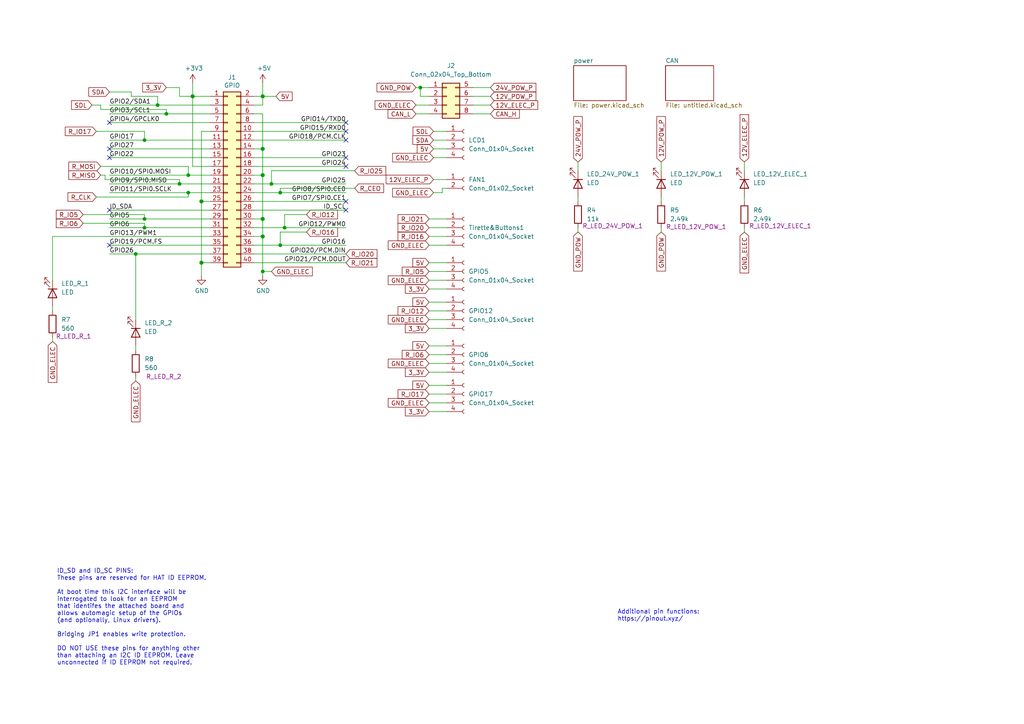
<source format=kicad_sch>
(kicad_sch (version 20231120) (generator "eeschema") (generator_version "8.0")
  (paper "A4")
  (title_block (date "15 nov 2012"))
  (lib_symbols
    (symbol "Connector:Conn_01x02_Socket" (pin_names (offset 1.016) hide)
      (property "Reference" "J" (at 0 2.54 0))
      (property "Value" "Conn_01x02_Socket" (at 0 -5.08 0))
      (symbol "Conn_01x02_Socket_1_1"
        (arc (start 0 -2.032) (mid -0.5058 -2.54) (end 0 -3.048) (stroke (width 0.1524)))
        (polyline (pts (xy -1.27 -2.54) (xy -0.508 -2.54)) (stroke (width 0.1524)))
        (polyline (pts (xy -1.27 0) (xy -0.508 0)) (stroke (width 0.1524)))
        (arc (start 0 0.508) (mid -0.5058 0) (end 0 -0.508) (stroke (width 0.1524)))
        (pin passive line (at -5.08 0 0) (length 3.81) (name "Pin_1") (number "1"))
        (pin passive line (at -5.08 -2.54 0) (length 3.81) (name "Pin_2") (number "2"))
      )
    )
    (symbol "Connector:Conn_01x04_Socket" (pin_names (offset 1.016) hide)
      (property "Reference" "J" (at 0 5.08 0))
      (property "Value" "Conn_01x04_Socket" (at 0 -7.62 0))
      (symbol "Conn_01x04_Socket_1_1"
        (arc (start 0 -4.572) (mid -0.5058 -5.08) (end 0 -5.588) (stroke (width 0.1524)))
        (arc (start 0 -2.032) (mid -0.5058 -2.54) (end 0 -3.048) (stroke (width 0.1524)))
        (polyline (pts (xy -1.27 -5.08) (xy -0.508 -5.08)) (stroke (width 0.1524)))
        (polyline (pts (xy -1.27 -2.54) (xy -0.508 -2.54)) (stroke (width 0.1524)))
        (polyline (pts (xy -1.27 0) (xy -0.508 0)) (stroke (width 0.1524)))
        (polyline (pts (xy -1.27 2.54) (xy -0.508 2.54)) (stroke (width 0.1524)))
        (arc (start 0 0.508) (mid -0.5058 0) (end 0 -0.508) (stroke (width 0.1524)))
        (arc (start 0 3.048) (mid -0.5058 2.54) (end 0 2.032) (stroke (width 0.1524)))
        (pin passive line (at -5.08 2.54 0) (length 3.81) (name "Pin_1") (number "1"))
        (pin passive line (at -5.08 0 0) (length 3.81) (name "Pin_2") (number "2"))
        (pin passive line (at -5.08 -2.54 0) (length 3.81) (name "Pin_3") (number "3"))
        (pin passive line (at -5.08 -5.08 0) (length 3.81) (name "Pin_4") (number "4"))
      )
    )
    (symbol "Connector_Generic:Conn_02x04_Top_Bottom" (pin_names (offset 1.016) hide)
      (property "Reference" "J" (at 1.27 5.08 0))
      (property "Value" "Conn_02x04_Top_Bottom" (at 1.27 -7.62 0))
      (symbol "Conn_02x04_Top_Bottom_1_1"
        (rectangle (start -1.27 -4.953) (end 0 -5.207) (stroke (width 0.1524)))
        (rectangle (start -1.27 -2.413) (end 0 -2.667) (stroke (width 0.1524)))
        (rectangle (start -1.27 0.127) (end 0 -0.127) (stroke (width 0.1524)))
        (rectangle (start -1.27 2.667) (end 0 2.413) (stroke (width 0.1524)))
        (rectangle (start -1.27 3.81) (end 3.81 -6.35) (stroke (width 0.254)) (fill (type background)))
        (rectangle (start 3.81 -4.953) (end 2.54 -5.207) (stroke (width 0.1524)))
        (rectangle (start 3.81 -2.413) (end 2.54 -2.667) (stroke (width 0.1524)))
        (rectangle (start 3.81 0.127) (end 2.54 -0.127) (stroke (width 0.1524)))
        (rectangle (start 3.81 2.667) (end 2.54 2.413) (stroke (width 0.1524)))
        (pin passive line (at -5.08 2.54 0) (length 3.81) (name "Pin_1") (number "1"))
        (pin passive line (at -5.08 0 0) (length 3.81) (name "Pin_2") (number "2"))
        (pin passive line (at -5.08 -2.54 0) (length 3.81) (name "Pin_3") (number "3"))
        (pin passive line (at -5.08 -5.08 0) (length 3.81) (name "Pin_4") (number "4"))
        (pin passive line (at 7.62 2.54 180) (length 3.81) (name "Pin_5") (number "5"))
        (pin passive line (at 7.62 0 180) (length 3.81) (name "Pin_6") (number "6"))
        (pin passive line (at 7.62 -2.54 180) (length 3.81) (name "Pin_7") (number "7"))
        (pin passive line (at 7.62 -5.08 180) (length 3.81) (name "Pin_8") (number "8"))
      )
    )
    (symbol "Connector_Generic:Conn_02x20_Odd_Even" (pin_names (offset 1.016) hide)
      (property "Reference" "J" (at 1.27 25.4 0))
      (property "Value" "Conn_02x20_Odd_Even" (at 1.27 -27.94 0))
      (symbol "Conn_02x20_Odd_Even_1_1"
        (rectangle (start -1.27 -25.273) (end 0 -25.527) (stroke (width 0.1524)))
        (rectangle (start -1.27 -22.733) (end 0 -22.987) (stroke (width 0.1524)))
        (rectangle (start -1.27 -20.193) (end 0 -20.447) (stroke (width 0.1524)))
        (rectangle (start -1.27 -17.653) (end 0 -17.907) (stroke (width 0.1524)))
        (rectangle (start -1.27 -15.113) (end 0 -15.367) (stroke (width 0.1524)))
        (rectangle (start -1.27 -12.573) (end 0 -12.827) (stroke (width 0.1524)))
        (rectangle (start -1.27 -10.033) (end 0 -10.287) (stroke (width 0.1524)))
        (rectangle (start -1.27 -7.493) (end 0 -7.747) (stroke (width 0.1524)))
        (rectangle (start -1.27 -4.953) (end 0 -5.207) (stroke (width 0.1524)))
        (rectangle (start -1.27 -2.413) (end 0 -2.667) (stroke (width 0.1524)))
        (rectangle (start -1.27 0.127) (end 0 -0.127) (stroke (width 0.1524)))
        (rectangle (start -1.27 2.667) (end 0 2.413) (stroke (width 0.1524)))
        (rectangle (start -1.27 5.207) (end 0 4.953) (stroke (width 0.1524)))
        (rectangle (start -1.27 7.747) (end 0 7.493) (stroke (width 0.1524)))
        (rectangle (start -1.27 10.287) (end 0 10.033) (stroke (width 0.1524)))
        (rectangle (start -1.27 12.827) (end 0 12.573) (stroke (width 0.1524)))
        (rectangle (start -1.27 15.367) (end 0 15.113) (stroke (width 0.1524)))
        (rectangle (start -1.27 17.907) (end 0 17.653) (stroke (width 0.1524)))
        (rectangle (start -1.27 20.447) (end 0 20.193) (stroke (width 0.1524)))
        (rectangle (start -1.27 22.987) (end 0 22.733) (stroke (width 0.1524)))
        (rectangle (start -1.27 24.13) (end 3.81 -26.67) (stroke (width 0.254)) (fill (type background)))
        (rectangle (start 3.81 -25.273) (end 2.54 -25.527) (stroke (width 0.1524)))
        (rectangle (start 3.81 -22.733) (end 2.54 -22.987) (stroke (width 0.1524)))
        (rectangle (start 3.81 -20.193) (end 2.54 -20.447) (stroke (width 0.1524)))
        (rectangle (start 3.81 -17.653) (end 2.54 -17.907) (stroke (width 0.1524)))
        (rectangle (start 3.81 -15.113) (end 2.54 -15.367) (stroke (width 0.1524)))
        (rectangle (start 3.81 -12.573) (end 2.54 -12.827) (stroke (width 0.1524)))
        (rectangle (start 3.81 -10.033) (end 2.54 -10.287) (stroke (width 0.1524)))
        (rectangle (start 3.81 -7.493) (end 2.54 -7.747) (stroke (width 0.1524)))
        (rectangle (start 3.81 -4.953) (end 2.54 -5.207) (stroke (width 0.1524)))
        (rectangle (start 3.81 -2.413) (end 2.54 -2.667) (stroke (width 0.1524)))
        (rectangle (start 3.81 0.127) (end 2.54 -0.127) (stroke (width 0.1524)))
        (rectangle (start 3.81 2.667) (end 2.54 2.413) (stroke (width 0.1524)))
        (rectangle (start 3.81 5.207) (end 2.54 4.953) (stroke (width 0.1524)))
        (rectangle (start 3.81 7.747) (end 2.54 7.493) (stroke (width 0.1524)))
        (rectangle (start 3.81 10.287) (end 2.54 10.033) (stroke (width 0.1524)))
        (rectangle (start 3.81 12.827) (end 2.54 12.573) (stroke (width 0.1524)))
        (rectangle (start 3.81 15.367) (end 2.54 15.113) (stroke (width 0.1524)))
        (rectangle (start 3.81 17.907) (end 2.54 17.653) (stroke (width 0.1524)))
        (rectangle (start 3.81 20.447) (end 2.54 20.193) (stroke (width 0.1524)))
        (rectangle (start 3.81 22.987) (end 2.54 22.733) (stroke (width 0.1524)))
        (pin passive line (at -5.08 22.86 0) (length 3.81) (name "Pin_1") (number "1"))
        (pin passive line (at 7.62 12.7 180) (length 3.81) (name "Pin_10") (number "10"))
        (pin passive line (at -5.08 10.16 0) (length 3.81) (name "Pin_11") (number "11"))
        (pin passive line (at 7.62 10.16 180) (length 3.81) (name "Pin_12") (number "12"))
        (pin passive line (at -5.08 7.62 0) (length 3.81) (name "Pin_13") (number "13"))
        (pin passive line (at 7.62 7.62 180) (length 3.81) (name "Pin_14") (number "14"))
        (pin passive line (at -5.08 5.08 0) (length 3.81) (name "Pin_15") (number "15"))
        (pin passive line (at 7.62 5.08 180) (length 3.81) (name "Pin_16") (number "16"))
        (pin passive line (at -5.08 2.54 0) (length 3.81) (name "Pin_17") (number "17"))
        (pin passive line (at 7.62 2.54 180) (length 3.81) (name "Pin_18") (number "18"))
        (pin passive line (at -5.08 0 0) (length 3.81) (name "Pin_19") (number "19"))
        (pin passive line (at 7.62 22.86 180) (length 3.81) (name "Pin_2") (number "2"))
        (pin passive line (at 7.62 0 180) (length 3.81) (name "Pin_20") (number "20"))
        (pin passive line (at -5.08 -2.54 0) (length 3.81) (name "Pin_21") (number "21"))
        (pin passive line (at 7.62 -2.54 180) (length 3.81) (name "Pin_22") (number "22"))
        (pin passive line (at -5.08 -5.08 0) (length 3.81) (name "Pin_23") (number "23"))
        (pin passive line (at 7.62 -5.08 180) (length 3.81) (name "Pin_24") (number "24"))
        (pin passive line (at -5.08 -7.62 0) (length 3.81) (name "Pin_25") (number "25"))
        (pin passive line (at 7.62 -7.62 180) (length 3.81) (name "Pin_26") (number "26"))
        (pin passive line (at -5.08 -10.16 0) (length 3.81) (name "Pin_27") (number "27"))
        (pin passive line (at 7.62 -10.16 180) (length 3.81) (name "Pin_28") (number "28"))
        (pin passive line (at -5.08 -12.7 0) (length 3.81) (name "Pin_29") (number "29"))
        (pin passive line (at -5.08 20.32 0) (length 3.81) (name "Pin_3") (number "3"))
        (pin passive line (at 7.62 -12.7 180) (length 3.81) (name "Pin_30") (number "30"))
        (pin passive line (at -5.08 -15.24 0) (length 3.81) (name "Pin_31") (number "31"))
        (pin passive line (at 7.62 -15.24 180) (length 3.81) (name "Pin_32") (number "32"))
        (pin passive line (at -5.08 -17.78 0) (length 3.81) (name "Pin_33") (number "33"))
        (pin passive line (at 7.62 -17.78 180) (length 3.81) (name "Pin_34") (number "34"))
        (pin passive line (at -5.08 -20.32 0) (length 3.81) (name "Pin_35") (number "35"))
        (pin passive line (at 7.62 -20.32 180) (length 3.81) (name "Pin_36") (number "36"))
        (pin passive line (at -5.08 -22.86 0) (length 3.81) (name "Pin_37") (number "37"))
        (pin passive line (at 7.62 -22.86 180) (length 3.81) (name "Pin_38") (number "38"))
        (pin passive line (at -5.08 -25.4 0) (length 3.81) (name "Pin_39") (number "39"))
        (pin passive line (at 7.62 20.32 180) (length 3.81) (name "Pin_4") (number "4"))
        (pin passive line (at 7.62 -25.4 180) (length 3.81) (name "Pin_40") (number "40"))
        (pin passive line (at -5.08 17.78 0) (length 3.81) (name "Pin_5") (number "5"))
        (pin passive line (at 7.62 17.78 180) (length 3.81) (name "Pin_6") (number "6"))
        (pin passive line (at -5.08 15.24 0) (length 3.81) (name "Pin_7") (number "7"))
        (pin passive line (at 7.62 15.24 180) (length 3.81) (name "Pin_8") (number "8"))
        (pin passive line (at -5.08 12.7 0) (length 3.81) (name "Pin_9") (number "9"))
      )
    )
    (symbol "Device:LED" (pin_numbers hide) (pin_names (offset 1.016) hide)
      (property "Reference" "D" (at 0 2.54 0))
      (property "Value" "LED" (at 0 -2.54 0))
      (symbol "LED_0_1"
        (polyline (pts (xy -1.27 -1.27) (xy -1.27 1.27)) (stroke (width 0.254)))
        (polyline (pts (xy -1.27 0) (xy 1.27 0)))
        (polyline (pts (xy 1.27 -1.27) (xy 1.27 1.27) (xy -1.27 0) (xy 1.27 -1.27)) (stroke (width 0.254)))
        (polyline (pts (xy -3.048 -0.762) (xy -4.572 -2.286) (xy -3.81 -2.286) (xy -4.572 -2.286) (xy -4.572 -1.524)))
        (polyline (pts (xy -1.778 -0.762) (xy -3.302 -2.286) (xy -2.54 -2.286) (xy -3.302 -2.286) (xy -3.302 -1.524)))
      )
      (symbol "LED_1_1"
        (pin passive line (at -3.81 0 0) (length 2.54) (name "K") (number "1"))
        (pin passive line (at 3.81 0 180) (length 2.54) (name "A") (number "2"))
      )
    )
    (symbol "Device:R" (pin_numbers hide) (pin_names (offset 0))
      (property "Reference" "R" (at 2.032 0 90))
      (property "Value" "R" (at 0 0 90))
      (symbol "R_0_1"
        (rectangle (start -1.016 -2.54) (end 1.016 2.54) (stroke (width 0.254)))
      )
      (symbol "R_1_1"
        (pin passive line (at 0 3.81 270) (length 1.27) (name "~") (number "1"))
        (pin passive line (at 0 -3.81 90) (length 1.27) (name "~") (number "2"))
      )
    )
    (symbol "power:+3.3V" (power) (pin_names (offset 0))
      (property "Value" "+3.3V" (at 0 3.556 0))
      (symbol "+3.3V_0_1"
        (polyline (pts (xy -0.762 1.27) (xy 0 2.54)))
        (polyline (pts (xy 0 0) (xy 0 2.54)))
        (polyline (pts (xy 0 2.54) (xy 0.762 1.27)))
      )
      (symbol "+3.3V_1_1"
        (pin power_in line (at 0 0 90) (length 0) hide (name "+3V3") (number "1"))
      )
    )
    (symbol "power:+5V" (power) (pin_names (offset 0))
      (property "Value" "+5V" (at 0 3.556 0))
      (symbol "+5V_0_1"
        (polyline (pts (xy -0.762 1.27) (xy 0 2.54)))
        (polyline (pts (xy 0 0) (xy 0 2.54)))
        (polyline (pts (xy 0 2.54) (xy 0.762 1.27)))
      )
      (symbol "+5V_1_1"
        (pin power_in line (at 0 0 90) (length 0) hide (name "+5V") (number "1"))
      )
    )
    (symbol "power:GND" (power) (pin_names (offset 0))
      (property "Value" "GND" (at 0 -3.81 0))
      (symbol "GND_0_1"
        (polyline (pts (xy 0 0) (xy 0 -1.27) (xy 1.27 -1.27) (xy 0 -2.54) (xy -1.27 -1.27) (xy 0 -1.27)))
      )
      (symbol "GND_1_1"
        (pin power_in line (at 0 0 270) (length 0) hide (name "GND") (number "1"))
      )
    )
  )
  (junction (at 76.2 27.94) (diameter 1.016))
  (junction (at 76.2 43.18) (diameter 1.016))
  (junction (at 52.07 53.34))
  (junction (at 45.72 30.48))
  (junction (at 81.28 55.88))
  (junction (at 78.74 53.34))
  (junction (at 41.91 40.64))
  (junction (at 121.92 25.4))
  (junction (at 48.26 33.02))
  (junction (at 54.61 55.88))
  (junction (at 76.2 78.74))
  (junction (at 58.42 76.2) (diameter 1.016))
  (junction (at 82.55 66.04))
  (junction (at 58.42 58.42) (diameter 1.016))
  (junction (at 39.37 73.66))
  (junction (at 76.2 68.58) (diameter 1.016))
  (junction (at 76.2 63.5) (diameter 1.016))
  (junction (at 41.91 66.04))
  (junction (at 81.28 71.12))
  (junction (at 76.2 50.8) (diameter 1.016))
  (junction (at 54.61 50.8))
  (junction (at 41.91 63.5))
  (junction (at 55.88 27.94) (diameter 1.016))
  (no_connect (at 100.33 45.72))
  (no_connect (at 100.33 35.56))
  (no_connect (at 100.33 58.42))
  (no_connect (at 31.75 35.56))
  (no_connect (at 31.75 45.72))
  (no_connect (at 100.33 48.26))
  (no_connect (at 31.75 43.18))
  (no_connect (at 31.75 71.12))
  (no_connect (at 100.33 38.1))
  (no_connect (at 100.33 60.96))
  (no_connect (at 100.33 40.64))
  (no_connect (at 31.75 60.96))
  (wire (pts (xy 58.42 58.42) (xy 58.42 76.2)))
  (wire (pts (xy 73.66 58.42) (xy 100.33 58.42)))
  (wire (pts (xy 29.21 48.26) (xy 54.61 48.26)))
  (wire (pts (xy 60.96 40.64) (xy 41.91 40.64)))
  (wire (pts (xy 54.61 48.26) (xy 54.61 50.8)))
  (wire (pts (xy 76.2 33.02) (xy 76.2 43.18)))
  (wire (pts (xy 76.2 50.8) (xy 73.66 50.8)))
  (wire (pts (xy 52.07 53.34) (xy 60.96 53.34)))
  (wire (pts (xy 124.46 87.63) (xy 129.54 87.63)))
  (wire (pts (xy 76.2 63.5) (xy 76.2 68.58)))
  (wire (pts (xy 27.94 57.15) (xy 54.61 57.15)))
  (wire (pts (xy 124.46 107.95) (xy 129.54 107.95)))
  (wire (pts (xy 76.2 78.74) (xy 78.74 78.74)))
  (wire (pts (xy 81.28 55.88) (xy 81.28 54.61)))
  (wire (pts (xy 41.91 62.23) (xy 41.91 63.5)))
  (wire (pts (xy 137.16 25.4) (xy 142.24 25.4)))
  (wire (pts (xy 24.13 64.77) (xy 41.91 64.77)))
  (wire (pts (xy 76.2 50.8) (xy 76.2 63.5)))
  (wire (pts (xy 124.46 63.5) (xy 129.54 63.5)))
  (wire (pts (xy 73.66 35.56) (xy 100.33 35.56)))
  (wire (pts (xy 58.42 38.1) (xy 58.42 58.42)))
  (wire (pts (xy 215.9 57.15) (xy 215.9 58.42)))
  (wire (pts (xy 124.46 119.38) (xy 129.54 119.38)))
  (wire (pts (xy 125.73 40.64) (xy 129.54 40.64)))
  (wire (pts (xy 58.42 38.1) (xy 60.96 38.1)))
  (wire (pts (xy 52.07 52.07) (xy 30.48 52.07)))
  (wire (pts (xy 73.66 55.88) (xy 81.28 55.88)))
  (wire (pts (xy 124.46 78.74) (xy 129.54 78.74)))
  (wire (pts (xy 60.96 60.96) (xy 31.75 60.96)))
  (wire (pts (xy 52.07 25.4) (xy 52.07 27.94)))
  (wire (pts (xy 52.07 53.34) (xy 52.07 52.07)))
  (wire (pts (xy 167.64 57.15) (xy 167.64 58.42)))
  (wire (pts (xy 31.75 63.5) (xy 41.91 63.5)))
  (wire (pts (xy 78.74 49.53) (xy 78.74 53.34)))
  (wire (pts (xy 48.26 25.4) (xy 52.07 25.4)))
  (wire (pts (xy 41.91 38.1) (xy 41.91 40.64)))
  (wire (pts (xy 124.46 102.87) (xy 129.54 102.87)))
  (wire (pts (xy 124.46 81.28) (xy 129.54 81.28)))
  (wire (pts (xy 76.2 78.74) (xy 76.2 80.01)))
  (wire (pts (xy 124.46 95.25) (xy 129.54 95.25)))
  (wire (pts (xy 38.1 26.67) (xy 38.1 27.94)))
  (wire (pts (xy 58.42 58.42) (xy 60.96 58.42)))
  (wire (pts (xy 39.37 73.66) (xy 39.37 92.71)))
  (wire (pts (xy 125.73 45.72) (xy 129.54 45.72)))
  (wire (pts (xy 38.1 27.94) (xy 45.72 27.94)))
  (wire (pts (xy 73.66 45.72) (xy 100.33 45.72)))
  (wire (pts (xy 27.94 38.1) (xy 41.91 38.1)))
  (wire (pts (xy 102.87 49.53) (xy 78.74 49.53)))
  (wire (pts (xy 191.77 66.04) (xy 191.77 67.31)))
  (wire (pts (xy 128.27 55.88) (xy 128.27 54.61)))
  (wire (pts (xy 73.66 76.2) (xy 100.33 76.2)))
  (wire (pts (xy 58.42 76.2) (xy 58.42 80.01)))
  (wire (pts (xy 31.75 43.18) (xy 60.96 43.18)))
  (wire (pts (xy 55.88 24.13) (xy 55.88 27.94)))
  (wire (pts (xy 124.46 68.58) (xy 129.54 68.58)))
  (wire (pts (xy 191.77 46.99) (xy 191.77 49.53)))
  (wire (pts (xy 15.24 68.58) (xy 15.24 81.28)))
  (wire (pts (xy 124.46 92.71) (xy 129.54 92.71)))
  (wire (pts (xy 76.2 68.58) (xy 73.66 68.58)))
  (wire (pts (xy 125.73 38.1) (xy 129.54 38.1)))
  (wire (pts (xy 31.75 33.02) (xy 48.26 33.02)))
  (wire (pts (xy 124.46 100.33) (xy 129.54 100.33)))
  (wire (pts (xy 41.91 40.64) (xy 31.75 40.64)))
  (wire (pts (xy 31.75 55.88) (xy 54.61 55.88)))
  (wire (pts (xy 48.26 31.75) (xy 29.21 31.75)))
  (wire (pts (xy 191.77 57.15) (xy 191.77 58.42)))
  (wire (pts (xy 39.37 73.66) (xy 60.96 73.66)))
  (wire (pts (xy 55.88 48.26) (xy 60.96 48.26)))
  (wire (pts (xy 26.67 30.48) (xy 29.21 30.48)))
  (wire (pts (xy 81.28 71.12) (xy 100.33 71.12)))
  (wire (pts (xy 60.96 30.48) (xy 45.72 30.48)))
  (wire (pts (xy 45.72 30.48) (xy 31.75 30.48)))
  (wire (pts (xy 41.91 64.77) (xy 41.91 66.04)))
  (wire (pts (xy 76.2 27.94) (xy 76.2 30.48)))
  (wire (pts (xy 45.72 27.94) (xy 45.72 30.48)))
  (wire (pts (xy 82.55 62.23) (xy 82.55 66.04)))
  (wire (pts (xy 76.2 43.18) (xy 76.2 50.8)))
  (wire (pts (xy 30.48 52.07) (xy 30.48 50.8)))
  (wire (pts (xy 31.75 26.67) (xy 38.1 26.67)))
  (wire (pts (xy 81.28 54.61) (xy 102.87 54.61)))
  (wire (pts (xy 73.66 40.64) (xy 100.33 40.64)))
  (wire (pts (xy 76.2 43.18) (xy 73.66 43.18)))
  (wire (pts (xy 76.2 24.13) (xy 76.2 27.94)))
  (wire (pts (xy 120.65 33.02) (xy 124.46 33.02)))
  (wire (pts (xy 167.64 66.04) (xy 167.64 67.31)))
  (wire (pts (xy 88.9 62.23) (xy 82.55 62.23)))
  (wire (pts (xy 78.74 53.34) (xy 100.33 53.34)))
  (wire (pts (xy 54.61 50.8) (xy 31.75 50.8)))
  (wire (pts (xy 31.75 35.56) (xy 60.96 35.56)))
  (wire (pts (xy 124.46 90.17) (xy 129.54 90.17)))
  (wire (pts (xy 76.2 27.94) (xy 73.66 27.94)))
  (wire (pts (xy 55.88 27.94) (xy 55.88 48.26)))
  (wire (pts (xy 41.91 66.04) (xy 60.96 66.04)))
  (wire (pts (xy 73.66 48.26) (xy 100.33 48.26)))
  (wire (pts (xy 54.61 55.88) (xy 60.96 55.88)))
  (wire (pts (xy 73.66 38.1) (xy 100.33 38.1)))
  (wire (pts (xy 125.73 43.18) (xy 129.54 43.18)))
  (wire (pts (xy 215.9 66.04) (xy 215.9 67.31)))
  (wire (pts (xy 128.27 54.61) (xy 129.54 54.61)))
  (wire (pts (xy 124.46 116.84) (xy 129.54 116.84)))
  (wire (pts (xy 124.46 71.12) (xy 129.54 71.12)))
  (wire (pts (xy 31.75 45.72) (xy 60.96 45.72)))
  (wire (pts (xy 31.75 53.34) (xy 52.07 53.34)))
  (wire (pts (xy 76.2 27.94) (xy 80.01 27.94)))
  (wire (pts (xy 215.9 46.99) (xy 215.9 49.53)))
  (wire (pts (xy 137.16 27.94) (xy 142.24 27.94)))
  (wire (pts (xy 48.26 33.02) (xy 60.96 33.02)))
  (wire (pts (xy 29.21 31.75) (xy 29.21 30.48)))
  (wire (pts (xy 121.92 25.4) (xy 124.46 25.4)))
  (wire (pts (xy 31.75 66.04) (xy 41.91 66.04)))
  (wire (pts (xy 24.13 62.23) (xy 41.91 62.23)))
  (wire (pts (xy 76.2 30.48) (xy 73.66 30.48)))
  (wire (pts (xy 88.9 67.31) (xy 81.28 67.31)))
  (wire (pts (xy 120.65 25.4) (xy 121.92 25.4)))
  (wire (pts (xy 39.37 109.22) (xy 39.37 110.49)))
  (wire (pts (xy 120.65 30.48) (xy 124.46 30.48)))
  (wire (pts (xy 31.75 71.12) (xy 60.96 71.12)))
  (wire (pts (xy 82.55 66.04) (xy 100.33 66.04)))
  (wire (pts (xy 81.28 67.31) (xy 81.28 71.12)))
  (wire (pts (xy 73.66 71.12) (xy 81.28 71.12)))
  (wire (pts (xy 73.66 66.04) (xy 82.55 66.04)))
  (wire (pts (xy 58.42 76.2) (xy 60.96 76.2)))
  (wire (pts (xy 124.46 66.04) (xy 129.54 66.04)))
  (wire (pts (xy 73.66 73.66) (xy 100.33 73.66)))
  (wire (pts (xy 124.46 83.82) (xy 129.54 83.82)))
  (wire (pts (xy 76.2 33.02) (xy 73.66 33.02)))
  (wire (pts (xy 30.48 50.8) (xy 29.21 50.8)))
  (wire (pts (xy 81.28 55.88) (xy 100.33 55.88)))
  (wire (pts (xy 167.64 46.99) (xy 167.64 49.53)))
  (wire (pts (xy 15.24 88.9) (xy 15.24 90.17)))
  (wire (pts (xy 124.46 76.2) (xy 129.54 76.2)))
  (wire (pts (xy 52.07 27.94) (xy 55.88 27.94)))
  (wire (pts (xy 124.46 105.41) (xy 129.54 105.41)))
  (wire (pts (xy 15.24 97.79) (xy 15.24 99.06)))
  (wire (pts (xy 41.91 63.5) (xy 60.96 63.5)))
  (wire (pts (xy 124.46 114.3) (xy 129.54 114.3)))
  (wire (pts (xy 76.2 68.58) (xy 76.2 78.74)))
  (wire (pts (xy 73.66 53.34) (xy 78.74 53.34)))
  (wire (pts (xy 15.24 68.58) (xy 60.96 68.58)))
  (wire (pts (xy 48.26 33.02) (xy 48.26 31.75)))
  (wire (pts (xy 125.73 55.88) (xy 128.27 55.88)))
  (wire (pts (xy 137.16 33.02) (xy 142.24 33.02)))
  (wire (pts (xy 39.37 100.33) (xy 39.37 101.6)))
  (wire (pts (xy 137.16 30.48) (xy 142.24 30.48)))
  (wire (pts (xy 76.2 63.5) (xy 73.66 63.5)))
  (wire (pts (xy 54.61 55.88) (xy 54.61 57.15)))
  (wire (pts (xy 124.46 111.76) (xy 129.54 111.76)))
  (wire (pts (xy 55.88 27.94) (xy 60.96 27.94)))
  (wire (pts (xy 31.75 73.66) (xy 39.37 73.66)))
  (wire (pts (xy 121.92 25.4) (xy 121.92 27.94)))
  (wire (pts (xy 124.46 27.94) (xy 121.92 27.94)))
  (wire (pts (xy 60.96 50.8) (xy 54.61 50.8)))
  (wire (pts (xy 73.66 60.96) (xy 100.33 60.96)))
  (wire (pts (xy 125.73 52.07) (xy 129.54 52.07)))
  (text "Additional pin functions:\nhttps://pinout.xyz/" (at 179.07 180.34 0) (effects (font (size 1.27 1.27)) (justify left bottom)))
  (text "ID_SD and ID_SC PINS:\nThese pins are reserved for HAT ID EEPROM.\n\nAt boot time this I2C interface will be\ninterrogated to look for an EEPROM\nthat identifes the attached board and\nallows automagic setup of the GPIOs\n(and optionally, Linux drivers).\n\nBridging JP1 enables write protection.\n\nDO NOT USE these pins for anything other\nthan attaching an I2C ID EEPROM. Leave\nunconnected if ID EEPROM not required." (at 16.51 193.04 0) (effects (font (size 1.27 1.27)) (justify left bottom)))
  (label "ID_SDA" (at 31.75 60.96 0))
  (label "GPIO6" (at 31.75 66.04 0))
  (label "ID_SCL" (at 100.33 60.96 180))
  (label "GPIO5" (at 31.75 63.5 0))
  (label "GPIO21{slash}PCM.DOUT" (at 100.33 76.2 180))
  (label "GPIO19{slash}PCM.FS" (at 31.75 71.12 0))
  (label "GPIO10{slash}SPI0.MOSI" (at 31.75 50.8 0))
  (label "GPIO9{slash}SPI0.MISO" (at 31.75 53.34 0))
  (label "GPIO23" (at 100.33 45.72 180))
  (label "GPIO4{slash}GPCLK0" (at 31.75 35.56 0))
  (label "GPIO27" (at 31.75 43.18 0))
  (label "GPIO26" (at 31.75 73.66 0))
  (label "GPIO14{slash}TXD0" (at 100.33 35.56 180))
  (label "GPIO8{slash}SPI0.CE0" (at 100.33 55.88 180))
  (label "GPIO15{slash}RXD0" (at 100.33 38.1 180))
  (label "GPIO16" (at 100.33 71.12 180))
  (label "GPIO22" (at 31.75 45.72 0))
  (label "GPIO2{slash}SDA1" (at 31.75 30.48 0))
  (label "GPIO17" (at 31.75 40.64 0))
  (label "GPIO25" (at 100.33 53.34 180))
  (label "GPIO3{slash}SCL1" (at 31.75 33.02 0))
  (label "GPIO18{slash}PCM.CLK" (at 100.33 40.64 180))
  (label "GPIO12{slash}PWM0" (at 100.33 66.04 180))
  (label "GPIO13{slash}PWM1" (at 31.75 68.58 0))
  (label "GPIO20{slash}PCM.DIN" (at 100.33 73.66 180))
  (label "GPIO24" (at 100.33 48.26 180))
  (label "GPIO7{slash}SPI0.CE1" (at 100.33 58.42 180))
  (label "GPIO11{slash}SPI0.SCLK" (at 31.75 55.88 0))
  (global_label "R_IO17" (shape input) (at 27.94 38.1 180) (property "Intersheetrefs" "${INTERSHEET_REFS}" (effects (hide yes))))
  (global_label "R_IO5" (shape input) (at 124.46 78.74 180) (property "Intersheetrefs" "${INTERSHEET_REFS}" (effects (hide yes))))
  (global_label "CAN_H" (shape input) (at 142.24 33.02 0) (property "Intersheetrefs" "${INTERSHEET_REFS}" (effects (hide yes))))
  (global_label "R_IO6" (shape input) (at 124.46 102.87 180) (property "Intersheetrefs" "${INTERSHEET_REFS}" (effects (hide yes))))
  (global_label "GND_ELEC" (shape input) (at 39.37 110.49 270) (property "Intersheetrefs" "${INTERSHEET_REFS}" (effects (hide yes))))
  (global_label "SDL" (shape input) (at 26.67 30.48 180) (property "Intersheetrefs" "${INTERSHEET_REFS}" (effects (hide yes))))
  (global_label "GND_ELEC" (shape input) (at 15.24 99.06 270) (property "Intersheetrefs" "${INTERSHEET_REFS}" (effects (hide yes))))
  (global_label "R_IO6" (shape input) (at 24.13 64.77 180) (property "Intersheetrefs" "${INTERSHEET_REFS}" (effects (hide yes))))
  (global_label "R_IO16" (shape input) (at 124.46 68.58 180) (property "Intersheetrefs" "${INTERSHEET_REFS}" (effects (hide yes))))
  (global_label "SDA" (shape input) (at 31.75 26.67 180) (property "Intersheetrefs" "${INTERSHEET_REFS}" (effects (hide yes))))
  (global_label "R_IO21" (shape input) (at 100.33 76.2 0) (property "Intersheetrefs" "${INTERSHEET_REFS}" (effects (hide yes))))
  (global_label "R_CLK" (shape input) (at 27.94 57.15 180) (property "Intersheetrefs" "${INTERSHEET_REFS}" (effects (hide yes))))
  (global_label "3_3V" (shape input) (at 124.46 95.25 180) (property "Intersheetrefs" "${INTERSHEET_REFS}" (effects (hide yes))))
  (global_label "GND_ELEC" (shape input) (at 215.9 67.31 270) (property "Intersheetrefs" "${INTERSHEET_REFS}" (effects (hide yes))))
  (global_label "GND_POW" (shape input) (at 191.77 67.31 270) (property "Intersheetrefs" "${INTERSHEET_REFS}" (effects (hide yes))))
  (global_label "3_3V" (shape input) (at 124.46 107.95 180) (property "Intersheetrefs" "${INTERSHEET_REFS}" (effects (hide yes))))
  (global_label "5V" (shape input) (at 124.46 76.2 180) (property "Intersheetrefs" "${INTERSHEET_REFS}" (effects (hide yes))))
  (global_label "SDA" (shape input) (at 125.73 40.64 180) (property "Intersheetrefs" "${INTERSHEET_REFS}" (effects (hide yes))))
  (global_label "GND_ELEC" (shape input) (at 125.73 55.88 180) (property "Intersheetrefs" "${INTERSHEET_REFS}" (effects (hide yes))))
  (global_label "R_IO16" (shape input) (at 88.9 67.31 0) (property "Intersheetrefs" "${INTERSHEET_REFS}" (effects (hide yes))))
  (global_label "5V" (shape input) (at 80.01 27.94 0) (property "Intersheetrefs" "${INTERSHEET_REFS}" (effects (hide yes))))
  (global_label "12V_ELEC_P" (shape input) (at 142.24 30.48 0) (property "Intersheetrefs" "${INTERSHEET_REFS}" (effects (hide yes))))
  (global_label "5V" (shape input) (at 124.46 111.76 180) (property "Intersheetrefs" "${INTERSHEET_REFS}" (effects (hide yes))))
  (global_label "CAN_L" (shape input) (at 120.65 33.02 180) (property "Intersheetrefs" "${INTERSHEET_REFS}" (effects (hide yes))))
  (global_label "R_MISO" (shape input) (at 29.21 50.8 180) (property "Intersheetrefs" "${INTERSHEET_REFS}" (effects (hide yes))))
  (global_label "5V" (shape input) (at 124.46 100.33 180) (property "Intersheetrefs" "${INTERSHEET_REFS}" (effects (hide yes))))
  (global_label "GND_POW" (shape input) (at 167.64 67.31 270) (property "Intersheetrefs" "${INTERSHEET_REFS}" (effects (hide yes))))
  (global_label "GND_ELEC" (shape input) (at 124.46 105.41 180) (property "Intersheetrefs" "${INTERSHEET_REFS}" (effects (hide yes))))
  (global_label "5V" (shape input) (at 124.46 87.63 180) (property "Intersheetrefs" "${INTERSHEET_REFS}" (effects (hide yes))))
  (global_label "R_IO20" (shape input) (at 124.46 66.04 180) (property "Intersheetrefs" "${INTERSHEET_REFS}" (effects (hide yes))))
  (global_label "R_IO17" (shape input) (at 124.46 114.3 180) (property "Intersheetrefs" "${INTERSHEET_REFS}" (effects (hide yes))))
  (global_label "GND_ELEC" (shape input) (at 124.46 81.28 180) (property "Intersheetrefs" "${INTERSHEET_REFS}" (effects (hide yes))))
  (global_label "12V_ELEC_P" (shape input) (at 215.9 46.99 90) (property "Intersheetrefs" "${INTERSHEET_REFS}" (effects (hide yes))))
  (global_label "R_IO12" (shape input) (at 88.9 62.23 0) (property "Intersheetrefs" "${INTERSHEET_REFS}" (effects (hide yes))))
  (global_label "3_3V" (shape input) (at 48.26 25.4 180) (property "Intersheetrefs" "${INTERSHEET_REFS}" (effects (hide yes))))
  (global_label "GND_POW" (shape input) (at 120.65 25.4 180) (property "Intersheetrefs" "${INTERSHEET_REFS}" (effects (hide yes))))
  (global_label "R_MOSI" (shape input) (at 29.21 48.26 180) (property "Intersheetrefs" "${INTERSHEET_REFS}" (effects (hide yes))))
  (global_label "R_IO25" (shape input) (at 102.87 49.53 0) (property "Intersheetrefs" "${INTERSHEET_REFS}" (effects (hide yes))))
  (global_label "12V_POW_P" (shape input) (at 142.24 27.94 0) (property "Intersheetrefs" "${INTERSHEET_REFS}" (effects (hide yes))))
  (global_label "24V_POW_P" (shape input) (at 167.64 46.99 90) (property "Intersheetrefs" "${INTERSHEET_REFS}" (effects (hide yes))))
  (global_label "3_3V" (shape input) (at 124.46 83.82 180) (property "Intersheetrefs" "${INTERSHEET_REFS}" (effects (hide yes))))
  (global_label "GND_ELEC" (shape input) (at 124.46 116.84 180) (property "Intersheetrefs" "${INTERSHEET_REFS}" (effects (hide yes))))
  (global_label "24V_POW_P" (shape input) (at 142.24 25.4 0) (property "Intersheetrefs" "${INTERSHEET_REFS}" (effects (hide yes))))
  (global_label "12V_ELEC_P" (shape input) (at 125.73 52.07 180) (property "Intersheetrefs" "${INTERSHEET_REFS}" (effects (hide yes))))
  (global_label "R_IO20" (shape input) (at 100.33 73.66 0) (property "Intersheetrefs" "${INTERSHEET_REFS}" (effects (hide yes))))
  (global_label "GND_ELEC" (shape input) (at 124.46 92.71 180) (property "Intersheetrefs" "${INTERSHEET_REFS}" (effects (hide yes))))
  (global_label "GND_ELEC" (shape input) (at 120.65 30.48 180) (property "Intersheetrefs" "${INTERSHEET_REFS}" (effects (hide yes))))
  (global_label "R_IO12" (shape input) (at 124.46 90.17 180) (property "Intersheetrefs" "${INTERSHEET_REFS}" (effects (hide yes))))
  (global_label "12V_POW_P" (shape input) (at 191.77 46.99 90) (property "Intersheetrefs" "${INTERSHEET_REFS}" (effects (hide yes))))
  (global_label "SDL" (shape input) (at 125.73 38.1 180) (property "Intersheetrefs" "${INTERSHEET_REFS}" (effects (hide yes))))
  (global_label "R_IO5" (shape input) (at 24.13 62.23 180) (property "Intersheetrefs" "${INTERSHEET_REFS}" (effects (hide yes))))
  (global_label "R_IO21" (shape input) (at 124.46 63.5 180) (property "Intersheetrefs" "${INTERSHEET_REFS}" (effects (hide yes))))
  (global_label "GND_ELEC" (shape input) (at 125.73 45.72 180) (property "Intersheetrefs" "${INTERSHEET_REFS}" (effects (hide yes))))
  (global_label "GND_ELEC" (shape input) (at 78.74 78.74 0) (property "Intersheetrefs" "${INTERSHEET_REFS}" (effects (hide yes))))
  (global_label "3_3V" (shape input) (at 124.46 119.38 180) (property "Intersheetrefs" "${INTERSHEET_REFS}" (effects (hide yes))))
  (global_label "5V" (shape input) (at 125.73 43.18 180) (property "Intersheetrefs" "${INTERSHEET_REFS}" (effects (hide yes))))
  (global_label "GND_ELEC" (shape input) (at 124.46 71.12 180) (property "Intersheetrefs" "${INTERSHEET_REFS}" (effects (hide yes))))
  (global_label "R_CEO" (shape input) (at 102.87 54.61 0) (property "Intersheetrefs" "${INTERSHEET_REFS}" (effects (hide yes))))
  (symbol (lib_id "power:+5V") (at 76.2 24.13 0) (unit 1)
    (property "Reference" "#PWR01" (effects (hide yes)))
    (property "Value" "+5V" (at 76.5683 19.8056 0))
  )
  (symbol (lib_id "power:+3.3V") (at 55.88 24.13 0) (unit 1)
    (property "Reference" "#PWR04" (effects (hide yes)))
    (property "Value" "+3V3" (at 56.2483 19.8056 0))
  )
  (symbol (lib_id "power:GND") (at 76.2 80.01 0) (unit 1)
    (property "Reference" "#PWR02" (effects (hide yes)))
    (property "Value" "GND" (at 76.3143 84.3344 0))
  )
  (symbol (lib_id "power:GND") (at 58.42 80.01 0) (unit 1)
    (property "Reference" "#PWR03" (effects (hide yes)))
    (property "Value" "GND" (at 58.5343 84.3344 0))
  )
  (symbol (lib_id "Connector_Generic:Conn_02x20_Odd_Even") (at 66.04 50.8 0) (unit 1)
    (property "Reference" "J1" (at 67.31 22.4598 0))
    (property "Value" "GPIO" (at 67.31 24.765 0))
    (property "Footprint" "Connector_PinSocket_2.54mm:PinSocket_2x20_P2.54mm_Vertical" (effects (hide yes)))
  )
  (symbol (lib_id "Device:LED") (at 167.64 53.34 270) (unit 1)
    (property "Reference" "LED_24V_POW_1" (at 170.18 50.4825 90) (effects (justify left)))
    (property "Value" "LED" (at 170.18 53.0225 90) (effects (justify left)))
    (property "Footprint" "LED_SMD:LED_0805_2012Metric" (effects (hide yes)))
  )
  (symbol (lib_id "Device:R") (at 167.64 62.23 180) (unit 1)
    (property "Reference" "R4" (at 170.18 60.96 0) (effects (justify right)))
    (property "Value" "11k" (at 170.18 63.5 0) (effects (justify right)))
    (property "Footprint" "Resistor_SMD:R_0603_1608Metric" (effects (hide yes)))
    (property "Description" "R_LED_24V_POW_1" (at 168.91 65.532 0) (effects (justify right)))
  )
  (symbol (lib_id "Connector:Conn_01x04_Socket") (at 134.62 102.87 0) (unit 1)
    (property "Reference" "GPIO6" (at 135.89 102.87 0) (effects (justify left)))
    (property "Value" "Conn_01x04_Socket" (at 135.89 105.41 0) (effects (justify left)))
    (property "Footprint" "Connector_PinSocket_2.54mm:PinSocket_1x04_P2.54mm_Vertical" (effects (hide yes)))
  )
  (symbol (lib_id "Device:R") (at 191.77 62.23 180) (unit 1)
    (property "Reference" "R5" (at 194.31 60.96 0) (effects (justify right)))
    (property "Value" "2.49k" (at 194.31 63.5 0) (effects (justify right)))
    (property "Footprint" "Resistor_SMD:R_0603_1608Metric" (effects (hide yes)))
    (property "Description" "R_LED_12V_POW_1" (at 201.93 65.786 0))
  )
  (symbol (lib_id "Connector:Conn_01x04_Socket") (at 134.62 78.74 0) (unit 1)
    (property "Reference" "GPIO5" (at 135.89 78.74 0) (effects (justify left)))
    (property "Value" "Conn_01x04_Socket" (at 135.89 81.28 0) (effects (justify left)))
    (property "Footprint" "Connector_PinSocket_2.54mm:PinSocket_1x04_P2.54mm_Vertical" (effects (hide yes)))
  )
  (symbol (lib_id "Connector:Conn_01x04_Socket") (at 134.62 66.04 0) (unit 1)
    (property "Reference" "Tirette&Buttons1" (at 135.89 66.0399 0) (effects (justify left)))
    (property "Value" "Conn_01x04_Socket" (at 135.89 68.5799 0) (effects (justify left)))
    (property "Footprint" "Connector_PinSocket_2.54mm:PinSocket_1x04_P2.54mm_Vertical" (effects (hide yes)))
  )
  (symbol (lib_id "Device:R") (at 215.9 62.23 180) (unit 1)
    (property "Reference" "R6" (at 218.44 60.96 0) (effects (justify right)))
    (property "Value" "2.49k" (at 218.44 63.5 0) (effects (justify right)))
    (property "Footprint" "Resistor_SMD:R_0603_1608Metric" (effects (hide yes)))
    (property "Description" "R_LED_12V_ELEC_1" (at 226.314 65.532 0))
  )
  (symbol (lib_id "Connector:Conn_01x02_Socket") (at 134.62 52.07 0) (unit 1)
    (property "Reference" "FAN1" (at 135.89 52.07 0) (effects (justify left)))
    (property "Value" "Conn_01x02_Socket" (at 135.89 54.61 0) (effects (justify left)))
    (property "Footprint" "powerboard:FAN_25mm" (effects (hide yes)))
  )
  (symbol (lib_id "Device:LED") (at 15.24 85.09 270) (unit 1)
    (property "Reference" "LED_R_1" (at 17.78 82.2325 90) (effects (justify left)))
    (property "Value" "LED" (at 17.78 84.7725 90) (effects (justify left)))
    (property "Footprint" "LED_SMD:LED_0805_2012Metric" (effects (hide yes)))
  )
  (symbol (lib_id "Device:R") (at 15.24 93.98 180) (unit 1)
    (property "Reference" "R7" (at 17.78 92.71 0) (effects (justify right)))
    (property "Value" "560" (at 17.78 95.25 0) (effects (justify right)))
    (property "Footprint" "Resistor_SMD:R_0603_1608Metric" (effects (hide yes)))
    (property "Description" "R_LED_R_1" (at 21.336 97.536 0))
  )
  (symbol (lib_id "Device:R") (at 39.37 105.41 180) (unit 1)
    (property "Reference" "R8" (at 41.91 104.14 0) (effects (justify right)))
    (property "Value" "560" (at 41.91 106.68 0) (effects (justify right)))
    (property "Footprint" "Resistor_SMD:R_0603_1608Metric" (effects (hide yes)))
    (property "Description" "R_LED_R_2" (at 47.498 109.22 0))
  )
  (symbol (lib_id "Connector_Generic:Conn_02x04_Top_Bottom") (at 129.54 27.94 0) (unit 1)
    (property "Reference" "J2" (at 130.81 19.05 0))
    (property "Value" "Conn_02x04_Top_Bottom" (at 130.81 21.59 0))
    (property "Footprint" "Connector_Molex:Molex_Micro-Fit_3.0_43045-0812_2x04_P3.00mm_Vertical" (effects (hide yes)))
  )
  (symbol (lib_id "Connector:Conn_01x04_Socket") (at 134.62 114.3 0) (unit 1)
    (property "Reference" "GPIO17" (at 135.89 114.3 0) (effects (justify left)))
    (property "Value" "Conn_01x04_Socket" (at 135.89 116.84 0) (effects (justify left)))
    (property "Footprint" "Connector_PinSocket_2.54mm:PinSocket_1x04_P2.54mm_Vertical" (effects (hide yes)))
  )
  (symbol (lib_id "Connector:Conn_01x04_Socket") (at 134.62 90.17 0) (unit 1)
    (property "Reference" "GPIO12" (at 135.89 90.17 0) (effects (justify left)))
    (property "Value" "Conn_01x04_Socket" (at 135.89 92.71 0) (effects (justify left)))
    (property "Footprint" "Connector_PinSocket_2.54mm:PinSocket_1x04_P2.54mm_Vertical" (effects (hide yes)))
  )
  (symbol (lib_id "Connector:Conn_01x04_Socket") (at 134.62 40.64 0) (unit 1)
    (property "Reference" "LCD1" (at 135.89 40.64 0) (effects (justify left)))
    (property "Value" "Conn_01x04_Socket" (at 135.89 43.18 0) (effects (justify left)))
    (property "Footprint" "Connector_PinSocket_2.54mm:PinSocket_1x04_P2.54mm_Vertical" (effects (hide yes)))
  )
  (symbol (lib_id "Device:LED") (at 191.77 53.34 270) (unit 1)
    (property "Reference" "LED_12V_POW_1" (at 194.31 50.4825 90) (effects (justify left)))
    (property "Value" "LED" (at 194.31 53.0225 90) (effects (justify left)))
    (property "Footprint" "LED_SMD:LED_0805_2012Metric" (effects (hide yes)))
  )
  (symbol (lib_id "Device:LED") (at 39.37 96.52 270) (unit 1)
    (property "Reference" "LED_R_2" (at 41.91 93.6625 90) (effects (justify left)))
    (property "Value" "LED" (at 41.91 96.2025 90) (effects (justify left)))
    (property "Footprint" "LED_SMD:LED_0805_2012Metric" (effects (hide yes)))
  )
  (symbol (lib_id "Device:LED") (at 215.9 53.34 270) (unit 1)
    (property "Reference" "LED_12V_ELEC_1" (at 218.44 50.4825 90) (effects (justify left)))
    (property "Value" "LED" (at 218.44 53.0225 90) (effects (justify left)))
    (property "Footprint" "LED_SMD:LED_0805_2012Metric" (effects (hide yes)))
  )
  (sheet (at 166.37 19.05) (size 15.24 10.16) (stroke (width 0.1524))
    (property "Sheetname" "power" (at 166.37 18.3384 0) (effects (justify left bottom)))
    (property "Sheetfile" "power.kicad_sch" (at 166.37 29.7946 0) (effects (justify left top)))
  )
  (sheet (at 193.04 19.05) (size 13.97 10.16) (stroke (width 0.1524))
    (property "Sheetname" "CAN" (at 193.04 18.3384 0) (effects (justify left bottom)))
    (property "Sheetfile" "untitled.kicad_sch" (at 193.04 29.7946 0) (effects (justify left top)))
  )
)
</source>
